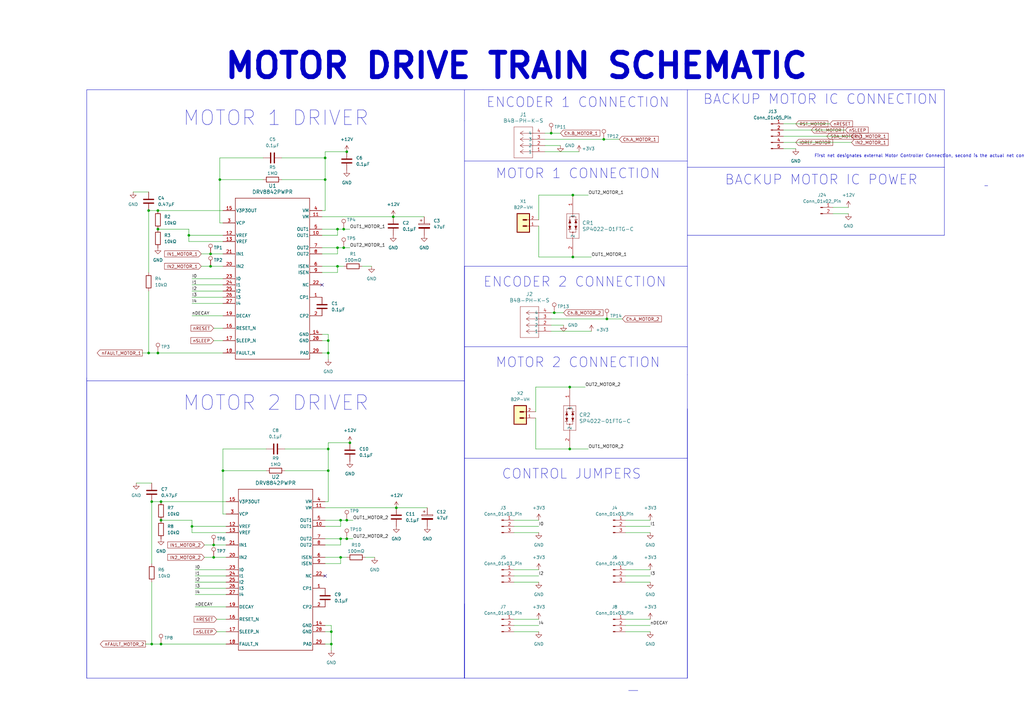
<source format=kicad_sch>
(kicad_sch (version 20230121) (generator eeschema)
  (paper "A3")
  (title_block (title "Motor Drive Train Schematic") (date "2024-01-30"))
  (lib_symbols
    (symbol "B2P-VH:B2P-VH" (pin_names (offset 1.016))
      (property "Reference" "X" (at -1.27 3.302 0))
      (property "Value" "B2P-VH" (at -1.27 -7.62 0))
      (symbol "B2P-VH_0_0"
        (rectangle (start -1.27 -5.08) (end 3.81 2.54) (stroke (width 0.4064)) (fill (type background)))
        (polyline (pts (xy 1.27 -2.54) (xy 2.54 -2.54)) (stroke (width 0.6096)))
        (polyline (pts (xy 1.27 0) (xy 2.54 0)) (stroke (width 0.6096)))
        (pin passive line (at 7.62 -2.54 180) (length 5.08) (name "~") (number "1"))
        (pin passive line (at 7.62 0 180) (length 5.08) (name "~") (number "2"))
      )
    )
    (symbol "B4B_PH_K_S:B4B-PH-K-S" (pin_names (offset 0.254))
      (property "Reference" "J" (at 8.89 6.35 0))
      (property "Value" "B4B-PH-K-S" (at 0 0 0))
      (symbol "B4B-PH-K-S_1_1"
        (polyline (pts (xy 5.08 -10.16) (xy 12.7 -10.16)) (stroke (width 0.127)))
        (polyline (pts (xy 5.08 2.54) (xy 5.08 -10.16)) (stroke (width 0.127)))
        (polyline (pts (xy 10.16 -7.62) (xy 5.08 -7.62)) (stroke (width 0.127)))
        (polyline (pts (xy 10.16 -7.62) (xy 8.89 -8.4667)) (stroke (width 0.127)))
        (polyline (pts (xy 10.16 -7.62) (xy 8.89 -6.7733)) (stroke (width 0.127)))
        (polyline (pts (xy 10.16 -5.08) (xy 5.08 -5.08)) (stroke (width 0.127)))
        (polyline (pts (xy 10.16 -5.08) (xy 8.89 -5.9267)) (stroke (width 0.127)))
        (polyline (pts (xy 10.16 -5.08) (xy 8.89 -4.2333)) (stroke (width 0.127)))
        (polyline (pts (xy 10.16 -2.54) (xy 5.08 -2.54)) (stroke (width 0.127)))
        (polyline (pts (xy 10.16 -2.54) (xy 8.89 -3.3867)) (stroke (width 0.127)))
        (polyline (pts (xy 10.16 -2.54) (xy 8.89 -1.6933)) (stroke (width 0.127)))
        (polyline (pts (xy 10.16 0) (xy 5.08 0)) (stroke (width 0.127)))
        (polyline (pts (xy 10.16 0) (xy 8.89 -0.8467)) (stroke (width 0.127)))
        (polyline (pts (xy 10.16 0) (xy 8.89 0.8467)) (stroke (width 0.127)))
        (polyline (pts (xy 12.7 -10.16) (xy 12.7 2.54)) (stroke (width 0.127)))
        (polyline (pts (xy 12.7 2.54) (xy 5.08 2.54)) (stroke (width 0.127)))
        (pin unspecified line (at 0 0 0) (length 5.08) (name "1") (number "1"))
        (pin unspecified line (at 0 -2.54 0) (length 5.08) (name "2") (number "2"))
        (pin unspecified line (at 0 -5.08 0) (length 5.08) (name "3") (number "3"))
        (pin unspecified line (at 0 -7.62 0) (length 5.08) (name "4") (number "4"))
      )
      (symbol "B4B-PH-K-S_1_2"
        (polyline (pts (xy 5.08 -10.16) (xy 12.7 -10.16)) (stroke (width 0.127)))
        (polyline (pts (xy 5.08 2.54) (xy 5.08 -10.16)) (stroke (width 0.127)))
        (polyline (pts (xy 7.62 -7.62) (xy 5.08 -7.62)) (stroke (width 0.127)))
        (polyline (pts (xy 7.62 -7.62) (xy 8.89 -8.4667)) (stroke (width 0.127)))
        (polyline (pts (xy 7.62 -7.62) (xy 8.89 -6.7733)) (stroke (width 0.127)))
        (polyline (pts (xy 7.62 -5.08) (xy 5.08 -5.08)) (stroke (width 0.127)))
        (polyline (pts (xy 7.62 -5.08) (xy 8.89 -5.9267)) (stroke (width 0.127)))
        (polyline (pts (xy 7.62 -5.08) (xy 8.89 -4.2333)) (stroke (width 0.127)))
        (polyline (pts (xy 7.62 -2.54) (xy 5.08 -2.54)) (stroke (width 0.127)))
        (polyline (pts (xy 7.62 -2.54) (xy 8.89 -3.3867)) (stroke (width 0.127)))
        (polyline (pts (xy 7.62 -2.54) (xy 8.89 -1.6933)) (stroke (width 0.127)))
        (polyline (pts (xy 7.62 0) (xy 5.08 0)) (stroke (width 0.127)))
        (polyline (pts (xy 7.62 0) (xy 8.89 -0.8467)) (stroke (width 0.127)))
        (polyline (pts (xy 7.62 0) (xy 8.89 0.8467)) (stroke (width 0.127)))
        (polyline (pts (xy 12.7 -10.16) (xy 12.7 2.54)) (stroke (width 0.127)))
        (polyline (pts (xy 12.7 2.54) (xy 5.08 2.54)) (stroke (width 0.127)))
        (pin unspecified line (at 0 0 0) (length 5.08) (name "1") (number "1"))
        (pin unspecified line (at 0 -2.54 0) (length 5.08) (name "2") (number "2"))
        (pin unspecified line (at 0 -5.08 0) (length 5.08) (name "3") (number "3"))
        (pin unspecified line (at 0 -7.62 0) (length 5.08) (name "4") (number "4"))
      )
    )
    (symbol "Connector:Conn_01x02_Pin" (pin_names (offset 1.016) hide)
      (property "Reference" "J" (at 0 2.54 0))
      (property "Value" "Conn_01x02_Pin" (at 0 -5.08 0))
      (symbol "Conn_01x02_Pin_1_1"
        (polyline (pts (xy 1.27 -2.54) (xy 0.8636 -2.54)) (stroke (width 0.1524)))
        (polyline (pts (xy 1.27 0) (xy 0.8636 0)) (stroke (width 0.1524)))
        (rectangle (start 0.8636 -2.413) (end 0 -2.667) (stroke (width 0.1524)) (fill (type outline)))
        (rectangle (start 0.8636 0.127) (end 0 -0.127) (stroke (width 0.1524)) (fill (type outline)))
        (pin passive line (at 5.08 0 180) (length 3.81) (name "Pin_1") (number "1"))
        (pin passive line (at 5.08 -2.54 180) (length 3.81) (name "Pin_2") (number "2"))
      )
    )
    (symbol "Connector:Conn_01x03_Pin" (pin_names (offset 1.016) hide)
      (property "Reference" "J" (at 0 5.08 0))
      (property "Value" "Conn_01x03_Pin" (at 0 -5.08 0))
      (symbol "Conn_01x03_Pin_1_1"
        (polyline (pts (xy 1.27 -2.54) (xy 0.8636 -2.54)) (stroke (width 0.1524)))
        (polyline (pts (xy 1.27 0) (xy 0.8636 0)) (stroke (width 0.1524)))
        (polyline (pts (xy 1.27 2.54) (xy 0.8636 2.54)) (stroke (width 0.1524)))
        (rectangle (start 0.8636 -2.413) (end 0 -2.667) (stroke (width 0.1524)) (fill (type outline)))
        (rectangle (start 0.8636 0.127) (end 0 -0.127) (stroke (width 0.1524)) (fill (type outline)))
        (rectangle (start 0.8636 2.667) (end 0 2.413) (stroke (width 0.1524)) (fill (type outline)))
        (pin passive line (at 5.08 2.54 180) (length 3.81) (name "Pin_1") (number "1"))
        (pin passive line (at 5.08 0 180) (length 3.81) (name "Pin_2") (number "2"))
        (pin passive line (at 5.08 -2.54 180) (length 3.81) (name "Pin_3") (number "3"))
      )
    )
    (symbol "Connector:Conn_01x05_Pin" (pin_names (offset 1.016) hide)
      (property "Reference" "J" (at 0 7.62 0))
      (property "Value" "Conn_01x05_Pin" (at 0 -7.62 0))
      (symbol "Conn_01x05_Pin_1_1"
        (polyline (pts (xy 1.27 -5.08) (xy 0.8636 -5.08)) (stroke (width 0.1524)))
        (polyline (pts (xy 1.27 -2.54) (xy 0.8636 -2.54)) (stroke (width 0.1524)))
        (polyline (pts (xy 1.27 0) (xy 0.8636 0)) (stroke (width 0.1524)))
        (polyline (pts (xy 1.27 2.54) (xy 0.8636 2.54)) (stroke (width 0.1524)))
        (polyline (pts (xy 1.27 5.08) (xy 0.8636 5.08)) (stroke (width 0.1524)))
        (rectangle (start 0.8636 -4.953) (end 0 -5.207) (stroke (width 0.1524)) (fill (type outline)))
        (rectangle (start 0.8636 -2.413) (end 0 -2.667) (stroke (width 0.1524)) (fill (type outline)))
        (rectangle (start 0.8636 0.127) (end 0 -0.127) (stroke (width 0.1524)) (fill (type outline)))
        (rectangle (start 0.8636 2.667) (end 0 2.413) (stroke (width 0.1524)) (fill (type outline)))
        (rectangle (start 0.8636 5.207) (end 0 4.953) (stroke (width 0.1524)) (fill (type outline)))
        (pin passive line (at 5.08 5.08 180) (length 3.81) (name "Pin_1") (number "1"))
        (pin passive line (at 5.08 2.54 180) (length 3.81) (name "Pin_2") (number "2"))
        (pin passive line (at 5.08 0 180) (length 3.81) (name "Pin_3") (number "3"))
        (pin passive line (at 5.08 -2.54 180) (length 3.81) (name "Pin_4") (number "4"))
        (pin passive line (at 5.08 -5.08 180) (length 3.81) (name "Pin_5") (number "5"))
      )
    )
    (symbol "Connector:TestPoint" (pin_numbers hide) (pin_names (offset 0.762) hide)
      (property "Reference" "TP" (at 0 6.858 0))
      (property "Value" "TestPoint" (at 0 5.08 0))
      (symbol "TestPoint_0_1"
        (circle (center 0 3.302) (radius 0.762))
      )
      (symbol "TestPoint_1_1"
        (pin passive line (at 0 0 90) (length 2.54) (name "1") (number "1"))
      )
    )
    (symbol "DRV8842PWPR:DRV8842PWPR" (pin_names (offset 0.254))
      (property "Reference" "U" (at 15.24 35.56 0))
      (property "Value" "DRV8842PWPR" (at 15.24 33.02 0))
      (symbol "DRV8842PWPR_0_1"
        (polyline (pts (xy 0 0) (xy 30.48 0)) (stroke (width 0.2032)))
        (polyline (pts (xy 0 66.04) (xy 0 0)) (stroke (width 0.2032)))
        (polyline (pts (xy 30.48 0) (xy 30.48 66.04)) (stroke (width 0.2032)))
        (polyline (pts (xy 30.48 66.04) (xy 0 66.04)) (stroke (width 0.2032)))
        (pin unspecified line (at 35.56 25.4 180) (length 5.08) (name "CP1") (number "1"))
        (pin output line (at 35.56 50.8 180) (length 5.08) (name "OUT1") (number "10"))
        (pin power_in line (at 35.56 58.42 180) (length 5.08) (name "VM") (number "11"))
        (pin input line (at -5.08 50.8 0) (length 5.08) (name "VREF") (number "12"))
        (pin input line (at -5.08 48.26 0) (length 5.08) (name "VREF") (number "13"))
        (pin power_in line (at 35.56 10.16 180) (length 5.08) (name "GND") (number "14"))
        (pin power_in line (at -5.08 60.96 0) (length 5.08) (name "V3P3OUT") (number "15"))
        (pin input line (at -5.08 12.7 0) (length 5.08) (name "RESET_N") (number "16"))
        (pin input line (at -5.08 7.62 0) (length 5.08) (name "SLEEP_N") (number "17"))
        (pin open_collector line (at -5.08 2.54 0) (length 5.08) (name "FAULT_N") (number "18"))
        (pin input line (at -5.08 17.78 0) (length 5.08) (name "DECAY") (number "19"))
        (pin unspecified line (at 35.56 17.78 180) (length 5.08) (name "CP2") (number "2"))
        (pin input line (at -5.08 38.1 0) (length 5.08) (name "IN2") (number "20"))
        (pin input line (at -5.08 43.18 0) (length 5.08) (name "IN1") (number "21"))
        (pin unspecified line (at 35.56 30.48 180) (length 5.08) (name "NC") (number "22"))
        (pin input line (at -5.08 33.02 0) (length 5.08) (name "I0") (number "23"))
        (pin input line (at -5.08 30.48 0) (length 5.08) (name "I1") (number "24"))
        (pin input line (at -5.08 27.94 0) (length 5.08) (name "I2") (number "25"))
        (pin input line (at -5.08 25.4 0) (length 5.08) (name "I3") (number "26"))
        (pin input line (at -5.08 22.86 0) (length 5.08) (name "I4") (number "27"))
        (pin power_in line (at 35.56 7.62 180) (length 5.08) (name "GND") (number "28"))
        (pin power_in line (at 35.56 2.54 180) (length 5.08) (name "PAD") (number "29"))
        (pin power_in line (at -5.08 55.88 0) (length 5.08) (name "VCP") (number "3"))
        (pin power_in line (at 35.56 60.96 180) (length 5.08) (name "VM") (number "4"))
        (pin output line (at 35.56 53.34 180) (length 5.08) (name "OUT1") (number "5"))
        (pin bidirectional line (at 35.56 38.1 180) (length 5.08) (name "ISEN") (number "6"))
        (pin output line (at 35.56 45.72 180) (length 5.08) (name "OUT2") (number "7"))
        (pin output line (at 35.56 43.18 180) (length 5.08) (name "OUT2") (number "8"))
        (pin bidirectional line (at 35.56 35.56 180) (length 5.08) (name "ISEN") (number "9"))
      )
    )
    (symbol "Device:C" (pin_numbers hide) (pin_names (offset 0.254))
      (property "Reference" "C" (at 0.635 2.54 0))
      (property "Value" "C" (at 0.635 -2.54 0))
      (symbol "C_0_1"
        (polyline (pts (xy -2.032 -0.762) (xy 2.032 -0.762)) (stroke (width 0.508)))
        (polyline (pts (xy -2.032 0.762) (xy 2.032 0.762)) (stroke (width 0.508)))
      )
      (symbol "C_1_1"
        (pin passive line (at 0 3.81 270) (length 2.794) (name "~") (number "1"))
        (pin passive line (at 0 -3.81 90) (length 2.794) (name "~") (number "2"))
      )
    )
    (symbol "Device:C_Polarized" (pin_numbers hide) (pin_names (offset 0.254))
      (property "Reference" "C" (at 0.635 2.54 0))
      (property "Value" "C_Polarized" (at 0.635 -2.54 0))
      (symbol "C_Polarized_0_1"
        (rectangle (start -2.286 0.508) (end 2.286 1.016))
        (polyline (pts (xy -1.778 2.286) (xy -0.762 2.286)))
        (polyline (pts (xy -1.27 2.794) (xy -1.27 1.778)))
        (rectangle (start 2.286 -0.508) (end -2.286 -1.016) (fill (type outline)))
      )
      (symbol "C_Polarized_1_1"
        (pin passive line (at 0 3.81 270) (length 2.794) (name "~") (number "1"))
        (pin passive line (at 0 -3.81 90) (length 2.794) (name "~") (number "2"))
      )
    )
    (symbol "Device:R" (pin_numbers hide) (pin_names (offset 0))
      (property "Reference" "R" (at 2.032 0 90))
      (property "Value" "R" (at 0 0 90))
      (symbol "R_0_1"
        (rectangle (start -1.016 -2.54) (end 1.016 2.54) (stroke (width 0.254)))
      )
      (symbol "R_1_1"
        (pin passive line (at 0 3.81 270) (length 1.27) (name "~") (number "1"))
        (pin passive line (at 0 -3.81 90) (length 1.27) (name "~") (number "2"))
      )
    )
    (symbol "SP4022_01FTG_C:SP4022-01FTG-C" (pin_names (offset 0.254))
      (property "Reference" "CR" (at 12.7 7.62 0))
      (property "Value" "SP4022-01FTG-C" (at 12.7 5.08 0))
      (symbol "SP4022-01FTG-C_1_1"
        (polyline (pts (xy 7.62 -2.54) (xy 17.78 -2.54)) (stroke (width 0.127)))
        (polyline (pts (xy 7.62 2.54) (xy 7.62 -2.54)) (stroke (width 0.127)))
        (polyline (pts (xy 8.89 -1.27) (xy 10.2362 -1.2954)) (stroke (width 0.127)))
        (polyline (pts (xy 8.89 0) (xy 7.62 0)) (stroke (width 0.127)))
        (polyline (pts (xy 8.89 1.27) (xy 8.89 -1.27)) (stroke (width 0.127)))
        (polyline (pts (xy 8.89 1.27) (xy 10.16 1.27)) (stroke (width 0.127)))
        (polyline (pts (xy 9.9568 1.778) (xy 9.8552 1.778)) (stroke (width 0.127)))
        (polyline (pts (xy 10.16 0.762) (xy 10.414 0.762)) (stroke (width 0.127)))
        (polyline (pts (xy 10.16 1.778) (xy 9.9568 1.778)) (stroke (width 0.127)))
        (polyline (pts (xy 10.16 1.778) (xy 10.16 0.762)) (stroke (width 0.127)))
        (polyline (pts (xy 10.2108 -1.778) (xy 10.2108 -0.762)) (stroke (width 0.127)))
        (polyline (pts (xy 11.43 1.27) (xy 12.7 1.27)) (stroke (width 0.127)))
        (polyline (pts (xy 12.6492 -1.2954) (xy 11.3792 -1.2954)) (stroke (width 0.127)))
        (polyline (pts (xy 12.7 -1.27) (xy 15.24 -1.27)) (stroke (width 0.127)))
        (polyline (pts (xy 13.97 1.27) (xy 15.24 1.27)) (stroke (width 0.127)))
        (polyline (pts (xy 13.97 1.778) (xy 13.97 0.762)) (stroke (width 0.127)))
        (polyline (pts (xy 13.9954 -1.778) (xy 13.9954 -0.762)) (stroke (width 0.127)))
        (polyline (pts (xy 13.9954 -1.778) (xy 14.1986 -1.778)) (stroke (width 0.127)))
        (polyline (pts (xy 13.9954 -0.762) (xy 13.7414 -0.762)) (stroke (width 0.127)))
        (polyline (pts (xy 14.1986 -1.778) (xy 14.3002 -1.778)) (stroke (width 0.127)))
        (polyline (pts (xy 15.24 0) (xy 17.78 0)) (stroke (width 0.127)))
        (polyline (pts (xy 15.24 1.27) (xy 15.24 -1.27)) (stroke (width 0.127)))
        (polyline (pts (xy 17.78 -2.54) (xy 17.78 2.54)) (stroke (width 0.127)))
        (polyline (pts (xy 17.78 2.54) (xy 7.62 2.54)) (stroke (width 0.127)))
        (polyline (pts (xy 10.16 1.27) (xy 11.43 0.762) (xy 11.43 1.778)) (fill (type outline)))
        (polyline (pts (xy 10.2108 -1.27) (xy 11.4808 -0.762) (xy 11.4808 -1.778)) (fill (type outline)))
        (polyline (pts (xy 13.97 1.27) (xy 12.7 0.762) (xy 12.7 1.778)) (fill (type outline)))
        (polyline (pts (xy 13.9954 -1.27) (xy 12.7254 -0.762) (xy 12.7254 -1.778)) (fill (type outline)))
        (circle (center 8.89 0) (radius 0.127) (stroke (width 0.254)))
        (circle (center 15.24 0) (radius 0.127) (stroke (width 0.254)))
        (pin unspecified line (at 0 0 0) (length 7.62) (name "1") (number "1"))
        (pin unspecified line (at 25.4 0 180) (length 7.62) (name "2") (number "2"))
      )
    )
    (symbol "power:+12V" (power) (pin_names (offset 0))
      (property "Value" "+12V" (at 0 3.556 0))
      (symbol "+12V_0_1"
        (polyline (pts (xy -0.762 1.27) (xy 0 2.54)))
        (polyline (pts (xy 0 0) (xy 0 2.54)))
        (polyline (pts (xy 0 2.54) (xy 0.762 1.27)))
      )
      (symbol "+12V_1_1"
        (pin power_in line (at 0 0 90) (length 0) hide (name "+12V") (number "1"))
      )
    )
    (symbol "power:+3V3" (power) (pin_names (offset 0))
      (property "Value" "+3V3" (at 0 3.556 0))
      (symbol "+3V3_0_1"
        (polyline (pts (xy -0.762 1.27) (xy 0 2.54)))
        (polyline (pts (xy 0 0) (xy 0 2.54)))
        (polyline (pts (xy 0 2.54) (xy 0.762 1.27)))
      )
      (symbol "+3V3_1_1"
        (pin power_in line (at 0 0 90) (length 0) hide (name "+3V3") (number "1"))
      )
    )
    (symbol "power:GND" (power) (pin_names (offset 0))
      (property "Value" "GND" (at 0 -3.81 0))
      (symbol "GND_0_1"
        (polyline (pts (xy 0 0) (xy 0 -1.27) (xy 1.27 -1.27) (xy 0 -2.54) (xy -1.27 -1.27) (xy 0 -1.27)))
      )
      (symbol "GND_1_1"
        (pin power_in line (at 0 0 270) (length 0) hide (name "GND") (number "1"))
      )
    )
  )
  (junction (at 66.04 264.16))
  (junction (at 233.68 158.75))
  (junction (at 140.97 101.6))
  (junction (at 133.35 73.66))
  (junction (at 62.23 264.16))
  (junction (at 139.7 228.6))
  (junction (at 78.74 215.9))
  (junction (at 134.62 144.78))
  (junction (at 139.7 220.98))
  (junction (at 142.24 213.36))
  (junction (at 87.63 223.52))
  (junction (at 86.36 104.14))
  (junction (at 133.35 64.77))
  (junction (at 91.44 193.04))
  (junction (at 138.43 93.98))
  (junction (at 140.97 93.98))
  (junction (at 66.04 205.74))
  (junction (at 60.96 144.78))
  (junction (at 66.04 213.36))
  (junction (at 64.77 144.78))
  (junction (at 60.96 86.36))
  (junction (at 234.95 80.01))
  (junction (at 134.62 184.15))
  (junction (at 64.77 93.98))
  (junction (at 90.17 73.66))
  (junction (at 135.89 264.16))
  (junction (at 138.43 109.22))
  (junction (at 64.77 86.36))
  (junction (at 142.24 62.23))
  (junction (at 87.63 228.6))
  (junction (at 139.7 213.36))
  (junction (at 226.06 54.61))
  (junction (at 134.62 139.7))
  (junction (at 86.36 109.22))
  (junction (at 247.65 57.15))
  (junction (at 77.47 96.52))
  (junction (at 135.89 259.08))
  (junction (at 234.95 105.41))
  (junction (at 162.56 208.28))
  (junction (at 138.43 101.6))
  (junction (at 142.24 220.98))
  (junction (at 143.51 181.61))
  (junction (at 161.29 88.9))
  (junction (at 233.68 184.15))
  (junction (at 227.33 128.27))
  (junction (at 134.62 193.04))
  (junction (at 62.23 205.74))
  (junction (at 248.92 130.81))
  (no_connect (at 132.08 116.84))
  (no_connect (at 133.35 236.22))
  (wire (pts (xy 132.08 111.76) (xy 138.43 111.76)))
  (wire (pts (xy 347.98 87.63) (xy 341.63 87.63)))
  (wire (pts (xy 87.63 139.7) (xy 91.44 139.7)))
  (wire (pts (xy 60.96 119.38) (xy 60.96 144.78)))
  (wire (pts (xy 256.54 236.22) (xy 266.7 236.22)))
  (wire (pts (xy 87.63 223.52) (xy 92.71 223.52)))
  (wire (pts (xy 321.31 50.8) (xy 340.36 50.8)))
  (wire (pts (xy 220.98 259.08) (xy 210.82 259.08)))
  (wire (pts (xy 60.96 86.36) (xy 60.96 111.76)))
  (wire (pts (xy 90.17 64.77) (xy 107.95 64.77)))
  (wire (pts (xy 266.7 254) (xy 256.54 254)))
  (wire (pts (xy 341.63 85.09) (xy 347.98 85.09)))
  (wire (pts (xy 148.59 109.22) (xy 152.4 109.22)))
  (wire (pts (xy 77.47 93.98) (xy 77.47 96.52)))
  (polyline (pts (xy 403.86 76.2) (xy 405.13 76.2)))
  (wire (pts (xy 135.89 256.54) (xy 135.89 259.08)))
  (wire (pts (xy 77.47 96.52) (xy 91.44 96.52)))
  (wire (pts (xy 133.35 223.52) (xy 139.7 223.52)))
  (wire (pts (xy 138.43 109.22) (xy 140.97 109.22)))
  (wire (pts (xy 219.71 184.15) (xy 233.68 184.15)))
  (wire (pts (xy 266.7 233.68) (xy 256.54 233.68)))
  (wire (pts (xy 132.08 96.52) (xy 138.43 96.52)))
  (wire (pts (xy 138.43 109.22) (xy 138.43 111.76)))
  (wire (pts (xy 78.74 114.3) (xy 91.44 114.3)))
  (wire (pts (xy 134.62 184.15) (xy 134.62 193.04)))
  (wire (pts (xy 134.62 205.74) (xy 133.35 205.74)))
  (wire (pts (xy 138.43 101.6) (xy 140.97 101.6)))
  (wire (pts (xy 321.31 58.42) (xy 349.25 58.42)))
  (polyline (pts (xy 280.67 187.96) (xy 281.94 187.96)))
  (polyline (pts (xy 190.5 109.22) (xy 281.94 109.22)))
  (wire (pts (xy 87.63 228.6) (xy 92.71 228.6)))
  (wire (pts (xy 91.44 184.15) (xy 109.22 184.15)))
  (polyline (pts (xy 35.56 278.13) (xy 35.56 278.13)))
  (wire (pts (xy 78.74 215.9) (xy 92.71 215.9)))
  (polyline (pts (xy 190.5 66.04) (xy 281.94 66.04)))
  (wire (pts (xy 133.35 64.77) (xy 133.35 73.66)))
  (wire (pts (xy 66.04 205.74) (xy 92.71 205.74)))
  (polyline (pts (xy 190.5 187.96) (xy 280.67 187.96)))
  (wire (pts (xy 60.96 86.36) (xy 64.77 86.36)))
  (wire (pts (xy 134.62 139.7) (xy 134.62 144.78)))
  (polyline (pts (xy 198.12 36.83) (xy 279.4 36.83)))
  (wire (pts (xy 226.06 128.27) (xy 227.33 128.27)))
  (wire (pts (xy 66.04 213.36) (xy 78.74 213.36)))
  (wire (pts (xy 86.36 104.14) (xy 91.44 104.14)))
  (wire (pts (xy 132.08 88.9) (xy 161.29 88.9)))
  (wire (pts (xy 220.98 80.01) (xy 234.95 80.01)))
  (wire (pts (xy 234.95 105.41) (xy 242.57 105.41)))
  (wire (pts (xy 139.7 220.98) (xy 139.7 223.52)))
  (wire (pts (xy 83.82 228.6) (xy 87.63 228.6)))
  (wire (pts (xy 138.43 93.98) (xy 138.43 96.52)))
  (wire (pts (xy 133.35 62.23) (xy 142.24 62.23)))
  (wire (pts (xy 88.9 259.08) (xy 92.71 259.08)))
  (wire (pts (xy 233.68 184.15) (xy 241.3 184.15)))
  (wire (pts (xy 134.62 137.16) (xy 134.62 139.7)))
  (wire (pts (xy 219.71 158.75) (xy 219.71 168.91)))
  (wire (pts (xy 64.77 144.78) (xy 91.44 144.78)))
  (wire (pts (xy 220.98 238.76) (xy 210.82 238.76)))
  (wire (pts (xy 134.62 181.61) (xy 143.51 181.61)))
  (wire (pts (xy 80.01 248.92) (xy 92.71 248.92)))
  (wire (pts (xy 139.7 220.98) (xy 142.24 220.98)))
  (wire (pts (xy 220.98 254) (xy 210.82 254)))
  (wire (pts (xy 86.36 109.22) (xy 91.44 109.22)))
  (wire (pts (xy 134.62 193.04) (xy 134.62 205.74)))
  (wire (pts (xy 210.82 215.9) (xy 220.98 215.9)))
  (wire (pts (xy 62.23 205.74) (xy 62.23 231.14)))
  (wire (pts (xy 59.69 264.16) (xy 62.23 264.16)))
  (polyline (pts (xy 190.5 109.22) (xy 190.5 278.13)))
  (wire (pts (xy 77.47 96.52) (xy 77.47 99.06)))
  (wire (pts (xy 233.68 158.75) (xy 240.03 158.75)))
  (wire (pts (xy 78.74 215.9) (xy 78.74 218.44)))
  (wire (pts (xy 139.7 228.6) (xy 142.24 228.6)))
  (polyline (pts (xy 281.94 68.58) (xy 387.35 68.58)))
  (polyline (pts (xy 190.5 49.53) (xy 190.5 278.13)))
  (wire (pts (xy 78.74 116.84) (xy 91.44 116.84)))
  (wire (pts (xy 80.01 241.3) (xy 92.71 241.3)))
  (wire (pts (xy 77.47 99.06) (xy 91.44 99.06)))
  (wire (pts (xy 139.7 213.36) (xy 142.24 213.36)))
  (wire (pts (xy 138.43 93.98) (xy 140.97 93.98)))
  (polyline (pts (xy 281.94 36.83) (xy 387.35 36.83)))
  (wire (pts (xy 321.31 53.34) (xy 346.71 53.34)))
  (wire (pts (xy 234.95 80.01) (xy 241.3 80.01)))
  (wire (pts (xy 162.56 208.28) (xy 175.26 208.28)))
  (wire (pts (xy 227.33 128.27) (xy 231.14 128.27)))
  (wire (pts (xy 134.62 144.78) (xy 134.62 147.32)))
  (wire (pts (xy 133.35 62.23) (xy 133.35 64.77)))
  (wire (pts (xy 87.63 134.62) (xy 91.44 134.62)))
  (wire (pts (xy 91.44 193.04) (xy 91.44 210.82)))
  (polyline (pts (xy 281.94 153.67) (xy 281.94 278.13)))
  (polyline (pts (xy 190.5 36.83) (xy 190.5 49.53)))
  (wire (pts (xy 62.23 238.76) (xy 62.23 264.16)))
  (wire (pts (xy 132.08 104.14) (xy 138.43 104.14)))
  (polyline (pts (xy 35.56 36.83) (xy 35.56 278.13)))
  (wire (pts (xy 133.35 256.54) (xy 135.89 256.54)))
  (wire (pts (xy 220.98 213.36) (xy 210.82 213.36)))
  (wire (pts (xy 138.43 101.6) (xy 138.43 104.14)))
  (wire (pts (xy 78.74 213.36) (xy 78.74 215.9)))
  (wire (pts (xy 133.35 220.98) (xy 139.7 220.98)))
  (wire (pts (xy 226.06 130.81) (xy 248.92 130.81)))
  (wire (pts (xy 161.29 88.9) (xy 173.99 88.9)))
  (polyline (pts (xy 35.56 278.13) (xy 281.94 278.13)))
  (wire (pts (xy 133.35 264.16) (xy 135.89 264.16)))
  (wire (pts (xy 60.96 144.78) (xy 64.77 144.78)))
  (wire (pts (xy 256.54 215.9) (xy 266.7 215.9)))
  (wire (pts (xy 90.17 91.44) (xy 91.44 91.44)))
  (polyline (pts (xy 281.94 167.64) (xy 281.94 278.13)))
  (wire (pts (xy 139.7 228.6) (xy 139.7 231.14)))
  (wire (pts (xy 90.17 64.77) (xy 90.17 73.66)))
  (wire (pts (xy 64.77 93.98) (xy 77.47 93.98)))
  (wire (pts (xy 133.35 208.28) (xy 162.56 208.28)))
  (polyline (pts (xy 35.56 154.94) (xy 35.56 278.13)))
  (wire (pts (xy 266.7 238.76) (xy 256.54 238.76)))
  (wire (pts (xy 66.04 264.16) (xy 92.71 264.16)))
  (wire (pts (xy 83.82 223.52) (xy 87.63 223.52)))
  (wire (pts (xy 90.17 73.66) (xy 107.95 73.66)))
  (wire (pts (xy 132.08 101.6) (xy 138.43 101.6)))
  (wire (pts (xy 226.06 54.61) (xy 229.87 54.61)))
  (wire (pts (xy 248.92 130.81) (xy 255.27 130.81)))
  (wire (pts (xy 132.08 93.98) (xy 138.43 93.98)))
  (wire (pts (xy 134.62 181.61) (xy 134.62 184.15)))
  (wire (pts (xy 220.98 233.68) (xy 210.82 233.68)))
  (polyline (pts (xy 279.4 36.83) (xy 281.94 36.83)))
  (wire (pts (xy 226.06 133.35) (xy 231.14 133.35)))
  (wire (pts (xy 226.06 135.89) (xy 242.57 135.89)))
  (wire (pts (xy 78.74 121.92) (xy 91.44 121.92)))
  (polyline (pts (xy 387.35 36.83) (xy 387.35 68.58)))
  (wire (pts (xy 78.74 129.54) (xy 91.44 129.54)))
  (polyline (pts (xy 281.94 36.83) (xy 281.94 153.67)))
  (wire (pts (xy 326.39 60.96) (xy 321.31 60.96)))
  (wire (pts (xy 91.44 184.15) (xy 91.44 193.04)))
  (wire (pts (xy 62.23 264.16) (xy 66.04 264.16)))
  (wire (pts (xy 78.74 119.38) (xy 91.44 119.38)))
  (polyline (pts (xy 387.35 68.58) (xy 387.35 96.52)))
  (wire (pts (xy 149.86 228.6) (xy 153.67 228.6)))
  (polyline (pts (xy 281.94 96.52) (xy 387.35 96.52)))
  (wire (pts (xy 219.71 158.75) (xy 233.68 158.75)))
  (wire (pts (xy 220.98 218.44) (xy 210.82 218.44)))
  (wire (pts (xy 132.08 137.16) (xy 134.62 137.16)))
  (wire (pts (xy 266.7 259.08) (xy 256.54 259.08)))
  (wire (pts (xy 88.9 254) (xy 92.71 254)))
  (wire (pts (xy 54.61 78.74) (xy 60.96 78.74)))
  (wire (pts (xy 115.57 73.66) (xy 133.35 73.66)))
  (wire (pts (xy 266.7 218.44) (xy 256.54 218.44)))
  (wire (pts (xy 321.31 55.88) (xy 349.25 55.88)))
  (wire (pts (xy 91.44 210.82) (xy 92.71 210.82)))
  (wire (pts (xy 133.35 213.36) (xy 139.7 213.36)))
  (wire (pts (xy 142.24 213.36) (xy 144.78 213.36)))
  (wire (pts (xy 133.35 215.9) (xy 139.7 215.9)))
  (wire (pts (xy 223.52 57.15) (xy 247.65 57.15)))
  (wire (pts (xy 133.35 259.08) (xy 135.89 259.08)))
  (wire (pts (xy 223.52 62.23) (xy 237.49 62.23)))
  (wire (pts (xy 64.77 86.36) (xy 91.44 86.36)))
  (wire (pts (xy 135.89 264.16) (xy 135.89 266.7)))
  (wire (pts (xy 266.7 213.36) (xy 256.54 213.36)))
  (wire (pts (xy 210.82 256.54) (xy 220.98 256.54)))
  (wire (pts (xy 133.35 86.36) (xy 132.08 86.36)))
  (wire (pts (xy 133.35 73.66) (xy 133.35 86.36)))
  (wire (pts (xy 132.08 139.7) (xy 134.62 139.7)))
  (wire (pts (xy 142.24 220.98) (xy 144.78 220.98)))
  (wire (pts (xy 90.17 73.66) (xy 90.17 91.44)))
  (wire (pts (xy 55.88 198.12) (xy 62.23 198.12)))
  (wire (pts (xy 132.08 144.78) (xy 134.62 144.78)))
  (wire (pts (xy 247.65 57.15) (xy 254 57.15)))
  (wire (pts (xy 133.35 228.6) (xy 139.7 228.6)))
  (wire (pts (xy 62.23 205.74) (xy 66.04 205.74)))
  (wire (pts (xy 80.01 238.76) (xy 92.71 238.76)))
  (wire (pts (xy 223.52 59.69) (xy 229.87 59.69)))
  (wire (pts (xy 210.82 236.22) (xy 220.98 236.22)))
  (wire (pts (xy 140.97 101.6) (xy 143.51 101.6)))
  (wire (pts (xy 220.98 80.01) (xy 220.98 90.17)))
  (wire (pts (xy 80.01 243.84) (xy 92.71 243.84)))
  (wire (pts (xy 220.98 105.41) (xy 220.98 92.71)))
  (wire (pts (xy 116.84 184.15) (xy 134.62 184.15)))
  (wire (pts (xy 78.74 124.46) (xy 91.44 124.46)))
  (wire (pts (xy 132.08 109.22) (xy 138.43 109.22)))
  (wire (pts (xy 220.98 105.41) (xy 234.95 105.41)))
  (wire (pts (xy 116.84 193.04) (xy 134.62 193.04)))
  (wire (pts (xy 78.74 218.44) (xy 92.71 218.44)))
  (wire (pts (xy 219.71 184.15) (xy 219.71 171.45)))
  (wire (pts (xy 91.44 193.04) (xy 109.22 193.04)))
  (wire (pts (xy 115.57 64.77) (xy 133.35 64.77)))
  (wire (pts (xy 139.7 213.36) (xy 139.7 215.9)))
  (polyline (pts (xy 35.56 36.83) (xy 198.12 36.83)))
  (polyline (pts (xy 35.56 156.21) (xy 190.5 156.21)))
  (polyline (pts (xy 190.5 142.24) (xy 281.94 142.24)))
  (wire (pts (xy 133.35 231.14) (xy 139.7 231.14)))
  (polyline (pts (xy 190.5 247.65) (xy 190.5 278.13)))
  (wire (pts (xy 80.01 236.22) (xy 92.71 236.22)))
  (polyline (pts (xy 257.81 283.21) (xy 261.62 283.21)))
  (wire (pts (xy 135.89 259.08) (xy 135.89 264.16)))
  (wire (pts (xy 82.55 104.14) (xy 86.36 104.14)))
  (wire (pts (xy 140.97 93.98) (xy 143.51 93.98)))
  (wire (pts (xy 223.52 54.61) (xy 226.06 54.61)))
  (wire (pts (xy 80.01 233.68) (xy 92.71 233.68)))
  (wire (pts (xy 58.42 144.78) (xy 60.96 144.78)))
  (wire (pts (xy 256.54 256.54) (xy 266.7 256.54)))
  (wire (pts (xy 82.55 109.22) (xy 86.36 109.22)))
  (text "CONTROL JUMPERS" (at 205.74 196.85 0) (effects (font (size 4 4)) (justify left bottom)))
  (text "MOTOR 1 DRIVER " (at 74.93 52.07 0) (effects (font (size 6 6)) (justify left bottom)))
  (text "MOTOR 1 CONNECTION" (at 203.2 73.66 0) (effects (font (size 4 4)) (justify left bottom)))
  (text "MOTOR 2 CONNECTION" (at 203.2 151.13 0) (effects (font (size 4 4)) (justify left bottom)))
  (text "ENCODER 2 CONNECTION" (at 198.12 118.11 0) (effects (font (size 4 4)) (justify left bottom)))
  (text "ENCODER 1 CONNECTION" (at 199.39 44.45 0) (effects (font (size 4 4)) (justify left bottom)))
  (text "First net designates external Motor Controller Connection, second is the actual net connection" (at 334.01 64.77 0) (effects (font (size 1.27 1.27)) (justify left bottom)))
  (text "MOTOR 2 DRIVER " (at 74.93 168.91 0) (effects (font (size 6 6)) (justify left bottom)))
  (text "BACKUP MOTOR IC POWER" (at 297.18 76.2 0) (effects (font (size 4 4)) (justify left bottom)))
  (text "MOTOR DRIVE TRAIN SCHEMATIC" (at 91.44 33.02 0) (effects (font (size 10 10) (thickness 2) bold) (justify left bottom)))
  (text "BACKUP MOTOR IC CONNECTION" (at 288.29 43.18 0) (effects (font (size 4 4)) (justify left bottom)))
  (label "OUT2_MOTOR_1" (at 241.3 80.01 0))
  (label "nDECAY" (at 80.01 248.92 0))
  (label "I4" (at 78.74 124.46 0))
  (label "I1" (at 80.01 236.22 0))
  (label "I3" (at 78.74 121.92 0))
  (label "OUT2_MOTOR_2" (at 240.03 158.75 0))
  (label "I2" (at 80.01 238.76 0))
  (label "I0" (at 220.98 215.9 0))
  (label "I1" (at 266.7 215.9 0))
  (label "I2" (at 78.74 119.38 0))
  (label "I3" (at 80.01 241.3 0))
  (label "OUT1_MOTOR_1" (at 143.51 93.98 0))
  (label "OUT1_MOTOR_2" (at 241.3 184.15 0))
  (label "I0" (at 78.74 114.3 0))
  (label "OUT1_MOTOR_1" (at 242.57 105.41 0))
  (label "OUT2_MOTOR_2" (at 144.78 220.98 0))
  (label "nDECAY" (at 78.74 129.54 0))
  (label "I3" (at 266.7 236.22 0))
  (label "I0" (at 80.01 233.68 0))
  (label "I1" (at 78.74 116.84 0))
  (label "I2" (at 220.98 236.22 0))
  (label "OUT2_MOTOR_1" (at 143.51 101.6 0))
  (label "OUT1_MOTOR_2" (at 144.78 213.36 0))
  (label "nDECAY" (at 266.7 256.54 0))
  (label "I4" (at 220.98 256.54 0))
  (label "I4" (at 80.01 243.84 0))
  (global_label "Ch.B_MOTOR_1" (shape input) (at 229.87 54.61 0) (property "Intersheetrefs" "${INTERSHEET_REFS}" (effects hide)))
  (global_label "SDA_MOTOR" (shape bidirectional) (at 339.09 55.88 0) (property "Intersheetrefs" "${INTERSHEET_REFS}" (effects hide)))
  (global_label "IN1_MOTOR_1" (shape input) (at 349.25 55.88 0) (property "Intersheetrefs" "${INTERSHEET_REFS}" (effects hide)))
  (global_label "SCL_MOTOR" (shape input) (at 332.74 53.34 0) (property "Intersheetrefs" "${INTERSHEET_REFS}" (effects hide)))
  (global_label "nFAULT_MOTOR_1" (shape output) (at 58.42 144.78 180) (property "Intersheetrefs" "${INTERSHEET_REFS}" (effects hide)))
  (global_label "IN2_MOTOR_1" (shape input) (at 82.55 109.22 180) (property "Intersheetrefs" "${INTERSHEET_REFS}" (effects hide)))
  (global_label "nFAULT_MOTOR_2" (shape output) (at 59.69 264.16 180) (property "Intersheetrefs" "${INTERSHEET_REFS}" (effects hide)))
  (global_label "nRESET" (shape input) (at 88.9 254 180) (property "Intersheetrefs" "${INTERSHEET_REFS}" (effects hide)))
  (global_label "IN1_MOTOR_2" (shape input) (at 83.82 223.52 180) (property "Intersheetrefs" "${INTERSHEET_REFS}" (effects hide)))
  (global_label "Ch.A_MOTOR_1" (shape input) (at 254 57.15 0) (property "Intersheetrefs" "${INTERSHEET_REFS}" (effects hide)))
  (global_label "IOREF_MOTOR" (shape input) (at 326.39 58.42 0) (property "Intersheetrefs" "${INTERSHEET_REFS}" (effects hide)))
  (global_label "nSLEEP" (shape input) (at 88.9 259.08 180) (property "Intersheetrefs" "${INTERSHEET_REFS}" (effects hide)))
  (global_label "nRESET" (shape input) (at 87.63 134.62 180) (property "Intersheetrefs" "${INTERSHEET_REFS}" (effects hide)))
  (global_label "nSLEEP" (shape input) (at 346.71 53.34 0) (property "Intersheetrefs" "${INTERSHEET_REFS}" (effects hide)))
  (global_label "nRESET" (shape input) (at 340.36 50.8 0) (property "Intersheetrefs" "${INTERSHEET_REFS}" (effects hide)))
  (global_label "RST_MOTOR" (shape input) (at 326.39 50.8 0) (property "Intersheetrefs" "${INTERSHEET_REFS}" (effects hide)))
  (global_label "IN2_MOTOR_2" (shape input) (at 83.82 228.6 180) (property "Intersheetrefs" "${INTERSHEET_REFS}" (effects hide)))
  (global_label "IN2_MOTOR_1" (shape input) (at 349.25 58.42 0) (property "Intersheetrefs" "${INTERSHEET_REFS}" (effects hide)))
  (global_label "IN1_MOTOR_1" (shape input) (at 82.55 104.14 180) (property "Intersheetrefs" "${INTERSHEET_REFS}" (effects hide)))
  (global_label "Ch.B_MOTOR_2" (shape input) (at 231.14 128.27 0) (property "Intersheetrefs" "${INTERSHEET_REFS}" (effects hide)))
  (global_label "Ch.A_MOTOR_2" (shape input) (at 255.27 130.81 0) (property "Intersheetrefs" "${INTERSHEET_REFS}" (effects hide)))
  (global_label "nSLEEP" (shape input) (at 87.63 139.7 180) (property "Intersheetrefs" "${INTERSHEET_REFS}" (effects hide)))
  (symbol (lib_id "power:+12V") (at 161.29 88.9 0) (unit 1)
    (property "Reference" "#PWR04" (effects hide))
    (property "Value" "+12V" (at 161.29 83.82 0))
  )
  (symbol (lib_id "Connector:TestPoint") (at 140.97 101.6 0) (unit 1)
    (property "Reference" "TP5" (at 142.24 97.79 0) (effects (justify left)))
    (property "Value" "OUT2 MOTOR 1 TP" (effects hide))
    (property "Footprint" "TestPoint:TestPoint_Pad_D2.0mm" (effects hide))
  )
  (symbol (lib_id "power:+3V3") (at 237.49 62.23 0) (unit 1)
    (property "Reference" "#PWR0136" (effects hide))
    (property "Value" "+3V3" (at 241.3 60.96 0))
    (instances (project "CSTAR" (path "" (reference "#PWR0136") (unit 1)) (path "" (reference "#PWR059") (unit 1))))
  )
  (symbol (lib_id "Connector:TestPoint") (at 142.24 220.98 0) (unit 1)
    (property "Reference" "TP10" (at 143.51 217.17 0) (effects (justify left)))
    (property "Value" "OUT2 MOTOR 2 TP" (effects hide))
    (property "Footprint" "TestPoint:TestPoint_Pad_D2.0mm" (effects hide))
  )
  (symbol (lib_id "power:GND") (at 266.7 259.08 0) (unit 1)
    (property "Reference" "#PWR042" (effects hide))
    (property "Value" "GND" (at 266.7 264.16 0))
  )
  (symbol (lib_id "Connector:TestPoint") (at 87.63 228.6 0) (unit 1)
    (property "Reference" "TP7" (at 88.9 226.06 0) (effects (justify left)))
    (property "Value" "IN2 MOTOR 2 TP" (effects hide))
    (property "Footprint" "TestPoint:TestPoint_Pad_D2.0mm" (effects hide))
  )
  (symbol (lib_id "power:+3V3") (at 266.7 213.36 0) (unit 1)
    (property "Reference" "#PWR033" (effects hide))
    (property "Value" "+3V3" (at 266.7 208.28 0))
  )
  (symbol (lib_id "power:GND") (at 347.98 87.63 0) (unit 1)
    (property "Reference" "#PWR062" (effects hide))
    (property "Value" "GND" (at 347.98 92.71 0))
  )
  (symbol (lib_id "Connector:TestPoint") (at 86.36 109.22 0) (unit 1) (in_bom no)
    (property "Reference" "TP2" (at 87.63 106.68 0) (effects (justify left)))
    (property "Value" "IN2 MOTOR 1 TP" (effects hide))
    (property "Footprint" "TestPoint:TestPoint_Pad_D2.0mm" (effects hide))
  )
  (symbol (lib_id "power:+3V3") (at 242.57 135.89 0) (unit 1)
    (property "Reference" "#PWR0136" (effects hide))
    (property "Value" "+3V3" (at 247.015 135.255 0))
    (instances (project "CSTAR" (path "" (reference "#PWR0136") (unit 1)) (path "" (reference "#PWR060") (unit 1))))
  )
  (symbol (lib_id "power:GND") (at 54.61 78.74 0) (unit 1)
    (property "Reference" "#PWR07" (effects hide))
    (property "Value" "GND" (at 54.61 83.82 0))
  )
  (symbol (lib_id "Connector:TestPoint") (at 86.36 104.14 0) (unit 1)
    (property "Reference" "TP1" (at 87.63 101.6 0) (effects (justify left)))
    (property "Value" "IN1 MOTOR 1 TP" (effects hide))
    (property "Footprint" "TestPoint:TestPoint_Pad_D2.0mm" (effects hide))
  )
  (symbol (lib_id "Connector:TestPoint") (at 142.24 213.36 0) (unit 1)
    (property "Reference" "TP9" (at 143.51 209.55 0) (effects (justify left)))
    (property "Value" "OUT1 MOTOR 2 TP" (effects hide))
    (property "Footprint" "TestPoint:TestPoint_Pad_D2.0mm" (effects hide))
  )
  (symbol (lib_id "Device:C") (at 142.24 66.04 0) (unit 1)
    (property "Reference" "C6" (at 146.05 64.77 0) (effects (justify left)))
    (property "Value" "0.1µF" (at 146.05 67.31 0) (effects (justify left)))
    (property "Footprint" "Capacitor_SMD:C_0805_2012Metric" (effects hide))
  )
  (symbol (lib_id "Device:R") (at 146.05 228.6 270) (unit 1)
    (property "Reference" "R10" (at 146.05 223.52 90))
    (property "Value" "100mΩ" (at 146.05 226.06 90))
    (property "Footprint" "Resistor_SMD:R_0805_2012Metric" (effects hide))
  )
  (symbol (lib_id "Connector:TestPoint") (at 226.06 54.61 0) (unit 1)
    (property "Reference" "TP11" (at 227.33 52.07 0) (effects (justify left)))
    (property "Value" "Ch.B MOTOR 1" (effects hide))
    (property "Footprint" "TestPoint:TestPoint_Pad_D2.0mm" (effects hide))
  )
  (symbol (lib_id "power:GND") (at 220.98 259.08 0) (unit 1)
    (property "Reference" "#PWR040" (effects hide))
    (property "Value" "GND" (at 220.98 264.16 0))
  )
  (symbol (lib_id "Device:C") (at 132.08 125.73 0) (unit 1)
    (property "Reference" "C1" (at 135.89 124.46 0) (effects (justify left)))
    (property "Value" "0.1µF" (at 135.89 127 0) (effects (justify left)))
    (property "Footprint" "Capacitor_SMD:C_0805_2012Metric" (effects hide))
  )
  (symbol (lib_id "power:GND") (at 266.7 218.44 0) (unit 1)
    (property "Reference" "#PWR034" (effects hide))
    (property "Value" "GND" (at 266.7 223.52 0))
  )
  (symbol (lib_id "power:+12V") (at 347.98 85.09 0) (unit 1)
    (property "Reference" "#PWR0130" (effects hide))
    (property "Value" "+12V" (at 347.98 80.01 0))
  )
  (symbol (lib_id "B4B_PH_K_S:B4B-PH-K-S") (at 223.52 62.23 180) (unit 1)
    (property "Reference" "J1" (at 214.63 46.99 0) (effects (font (size 1.524 1.524))))
    (property "Value" "B4B-PH-K-S" (at 214.63 49.53 0) (effects (font (size 1.524 1.524))))
    (property "Footprint" "CSTAR-MainBoard-Footprints:B4B_PH_K_S" (effects hide))
    (property "Datasheet" "https://www.jst-mfg.com/product/pdf/eng/ePH.pdf" (effects hide))
  )
  (symbol (lib_id "Device:R") (at 66.04 217.17 0) (unit 1)
    (property "Reference" "R8" (at 68.58 215.9 0) (effects (justify left)))
    (property "Value" "10kΩ" (at 68.58 218.44 0) (effects (justify left)))
    (property "Footprint" "Resistor_SMD:R_0805_2012Metric" (effects hide))
  )
  (symbol (lib_id "Device:R") (at 64.77 90.17 0) (unit 1)
    (property "Reference" "R2" (at 67.31 88.9 0) (effects (justify left)))
    (property "Value" "10kΩ" (at 67.31 91.44 0) (effects (justify left)))
    (property "Footprint" "Resistor_SMD:R_0805_2012Metric" (effects hide))
  )
  (symbol (lib_id "SP4022_01FTG_C:SP4022-01FTG-C") (at 233.68 158.75 270) (unit 1)
    (property "Reference" "CR2" (at 237.49 170.18 90) (effects (font (size 1.524 1.524)) (justify left)))
    (property "Value" "SP4022-01FTG-C" (at 237.49 172.72 90) (effects (font (size 1.524 1.524)) (justify left)))
    (property "Footprint" "CSTAR-MainBoard-Footprints:ZDO_SP4022_LTF" (effects hide))
    (property "Datasheet" "SP4022-01FTG-C" (effects hide))
  )
  (symbol (lib_id "DRV8842PWPR:DRV8842PWPR") (at 97.79 266.7 0) (unit 1)
    (property "Reference" "U2" (at 113.03 195.58 0) (effects (font (size 1.524 1.524))))
    (property "Value" "DRV8842PWPR" (at 113.03 198.12 0) (effects (font (size 1.524 1.524))))
    (property "Footprint" "CSTAR-MainBoard-Footprints:DRV8842PWPR-PWP0028C_N" (effects hide))
    (property "Datasheet" "https://www.ti.com/lit/ds/symlink/drv8842.pdf?HQS=dis-dk-null-digikeymode-dsf-pf-null-wwe&ts=1708386124050" (effects hide))
  )
  (symbol (lib_id "power:GND") (at 143.51 189.23 0) (unit 1)
    (property "Reference" "#PWR014" (effects hide))
    (property "Value" "GND" (at 143.51 194.31 0))
  )
  (symbol (lib_id "Connector:Conn_01x03_Pin") (at 251.46 215.9 0) (unit 1)
    (property "Reference" "J4" (at 252.095 208.28 0))
    (property "Value" "Conn_01x03_Pin" (at 252.095 210.82 0))
    (property "Footprint" "Connector_PinHeader_2.54mm:PinHeader_1x03_P2.54mm_Vertical" (effects hide))
  )
  (symbol (lib_id "Connector:Conn_01x03_Pin") (at 251.46 236.22 0) (unit 1)
    (property "Reference" "J6" (at 252.095 228.6 0))
    (property "Value" "Conn_01x03_Pin" (at 252.095 231.14 0))
    (property "Footprint" "Connector_PinHeader_2.54mm:PinHeader_1x03_P2.54mm_Vertical" (effects hide))
  )
  (symbol (lib_id "power:GND") (at 55.88 198.12 0) (unit 1)
    (property "Reference" "#PWR010" (effects hide))
    (property "Value" "GND" (at 55.88 203.2 0))
  )
  (symbol (lib_id "Connector:TestPoint") (at 247.65 57.15 0) (unit 1)
    (property "Reference" "TP12" (at 248.92 55.88 0) (effects (justify left)))
    (property "Value" "Ch.A MOTOR 1" (effects hide))
    (property "Footprint" "TestPoint:TestPoint_Pad_D2.0mm" (effects hide))
  )
  (symbol (lib_id "SP4022_01FTG_C:SP4022-01FTG-C") (at 234.95 80.01 270) (unit 1)
    (property "Reference" "CR1" (at 238.76 91.44 90) (effects (font (size 1.524 1.524)) (justify left)))
    (property "Value" "SP4022-01FTG-C" (at 238.76 93.98 90) (effects (font (size 1.524 1.524)) (justify left)))
    (property "Footprint" "CSTAR-MainBoard-Footprints:ZDO_SP4022_LTF" (effects hide))
    (property "Datasheet" "SP4022-01FTG-C" (effects hide))
  )
  (symbol (lib_id "power:GND") (at 134.62 147.32 0) (unit 1)
    (property "Reference" "#PWR01" (effects hide))
    (property "Value" "GND" (at 134.62 152.4 0))
  )
  (symbol (lib_id "Device:R") (at 60.96 115.57 0) (unit 1)
    (property "Reference" "R4" (at 63.5 114.3 0) (effects (justify left)))
    (property "Value" "10kΩ" (at 63.5 116.84 0) (effects (justify left)))
    (property "Footprint" "Resistor_SMD:R_0805_2012Metric" (effects hide))
  )
  (symbol (lib_id "power:GND") (at 326.39 60.96 0) (unit 1)
    (property "Reference" "#PWR061" (effects hide))
    (property "Value" "GND" (at 326.39 66.04 0))
  )
  (symbol (lib_id "Connector:TestPoint") (at 64.77 144.78 0) (unit 1)
    (property "Reference" "TP3" (at 66.04 142.24 0) (effects (justify left)))
    (property "Value" "nFAULT MOTOR 1 TP" (effects hide))
    (property "Footprint" "TestPoint:TestPoint_Pad_D2.0mm" (effects hide))
  )
  (symbol (lib_id "Connector:Conn_01x03_Pin") (at 251.46 256.54 0) (unit 1)
    (property "Reference" "J8" (at 252.095 248.92 0))
    (property "Value" "Conn_01x03_Pin" (at 252.095 251.46 0))
    (property "Footprint" "Connector_PinHeader_2.54mm:PinHeader_1x03_P2.54mm_Vertical" (effects hide))
  )
  (symbol (lib_id "Device:C") (at 133.35 245.11 0) (unit 1)
    (property "Reference" "C9" (at 137.16 243.84 0) (effects (justify left)))
    (property "Value" "0.1µF" (at 137.16 246.38 0) (effects (justify left)))
    (property "Footprint" "Capacitor_SMD:C_0805_2012Metric" (effects hide))
  )
  (symbol (lib_id "B2P-VH:B2P-VH") (at 212.09 168.91 0) (unit 1)
    (property "Reference" "X2" (at 213.36 161.29 0))
    (property "Value" "B2P-VH" (at 213.36 163.83 0))
    (property "Footprint" "CSTAR-MainBoard-Footprints:B2P-VH" (effects hide))
    (property "Datasheet" "https://www.jst-mfg.com/product/pdf/eng/eVH.pdf" (effects hide))
    (property "MF" "JST Sales America Inc." (effects hide))
    (property "Description" "\n2 Position Adapter Connector Receptacle, Female Sockets To Receptacle, Female Sockets 0.156 (3.96mm)\n" (effects hide))
    (property "Package" "None" (effects hide))
    (property "Price" "None" (effects hide))
    (property "SnapEDA_Link" "https://www.snapeda.com/parts/B2P-VH/JST+Sales+America+Inc./view-part/?ref=snap" (effects hide))
    (property "MP" "B2P-VH" (effects hide))
    (property "Availability" "In Stock" (effects hide))
    (property "Check_prices" "https://www.snapeda.com/parts/B2P-VH/JST+Sales+America+Inc./view-part/?ref=eda" (effects hide))
  )
  (symbol (lib_id "Device:R") (at 66.04 209.55 0) (unit 1)
    (property "Reference" "R7" (at 68.58 208.28 0) (effects (justify left)))
    (property "Value" "10kΩ" (at 68.58 210.82 0) (effects (justify left)))
    (property "Footprint" "Resistor_SMD:R_0805_2012Metric" (effects hide))
  )
  (symbol (lib_id "B2P-VH:B2P-VH") (at 213.36 90.17 0) (unit 1)
    (property "Reference" "X1" (at 214.63 82.55 0))
    (property "Value" "B2P-VH" (at 214.63 85.09 0))
    (property "Footprint" "CSTAR-MainBoard-Footprints:B2P-VH" (effects hide))
    (property "Datasheet" "https://www.jst-mfg.com/product/pdf/eng/eVH.pdf" (effects hide))
    (property "MF" "JST Sales America Inc." (effects hide))
    (property "Description" "\n2 Position Adapter Connector Receptacle, Female Sockets To Receptacle, Female Sockets 0.156 (3.96mm)\n" (effects hide))
    (property "Package" "None" (effects hide))
    (property "Price" "None" (effects hide))
    (property "SnapEDA_Link" "https://www.snapeda.com/parts/B2P-VH/JST+Sales+America+Inc./view-part/?ref=snap" (effects hide))
    (property "MP" "B2P-VH" (effects hide))
    (property "Availability" "In Stock" (effects hide))
    (property "Check_prices" "https://www.snapeda.com/parts/B2P-VH/JST+Sales+America+Inc./view-part/?ref=eda" (effects hide))
  )
  (symbol (lib_id "power:GND") (at 162.56 215.9 0) (unit 1)
    (property "Reference" "#PWR017" (effects hide))
    (property "Value" "GND" (at 162.56 220.98 0))
  )
  (symbol (lib_id "B4B_PH_K_S:B4B-PH-K-S") (at 226.06 135.89 180) (unit 1)
    (property "Reference" "J2" (at 217.17 120.65 0) (effects (font (size 1.524 1.524))))
    (property "Value" "B4B-PH-K-S" (at 217.17 123.19 0) (effects (font (size 1.524 1.524))))
    (property "Footprint" "CSTAR-MainBoard-Footprints:B4B_PH_K_S" (effects hide))
    (property "Datasheet" "https://www.jst-mfg.com/product/pdf/eng/ePH.pdf" (effects hide))
  )
  (symbol (lib_id "Device:C") (at 60.96 82.55 0) (unit 1)
    (property "Reference" "C4" (at 64.77 81.28 0) (effects (justify left)))
    (property "Value" "0.47µF" (at 64.77 83.82 0) (effects (justify left)))
    (property "Footprint" "Capacitor_SMD:C_0805_2012Metric" (effects hide))
  )
  (symbol (lib_id "Connector:TestPoint") (at 227.33 128.27 0) (unit 1)
    (property "Reference" "TP13" (at 228.6 125.73 0) (effects (justify left)))
    (property "Value" "Ch.B MOTOR 2 TP" (effects hide))
    (property "Footprint" "TestPoint:TestPoint_Pad_D2.0mm" (effects hide))
  )
  (symbol (lib_id "power:GND") (at 175.26 215.9 0) (unit 1)
    (property "Reference" "#PWR018" (effects hide))
    (property "Value" "GND" (at 175.26 220.98 0))
  )
  (symbol (lib_id "power:GND") (at 64.77 101.6 0) (unit 1)
    (property "Reference" "#PWR06" (effects hide))
    (property "Value" "GND" (at 64.77 106.68 0))
  )
  (symbol (lib_id "Connector:TestPoint") (at 66.04 264.16 0) (unit 1)
    (property "Reference" "TP8" (at 67.31 261.62 0) (effects (justify left)))
    (property "Value" "nFAULT MOTOR 2 TP" (effects hide))
    (property "Footprint" "TestPoint:TestPoint_Pad_D2.0mm" (effects hide))
  )
  (symbol (lib_id "Device:R") (at 111.76 73.66 270) (unit 1)
    (property "Reference" "R5" (at 111.76 68.58 90))
    (property "Value" "1MΩ" (at 111.76 71.12 90))
    (property "Footprint" "Resistor_SMD:R_0805_2012Metric" (effects hide))
  )
  (symbol (lib_id "power:GND") (at 220.98 218.44 0) (unit 1)
    (property "Reference" "#PWR031" (effects hide))
    (property "Value" "GND" (at 220.98 223.52 0))
  )
  (symbol (lib_id "power:+3V3") (at 220.98 254 0) (unit 1)
    (property "Reference" "#PWR039" (effects hide))
    (property "Value" "+3V3" (at 220.98 248.92 0))
  )
  (symbol (lib_id "power:GND") (at 229.87 59.69 0) (unit 1)
    (property "Reference" "#PWR023" (effects hide))
    (property "Value" "GND" (at 233.68 59.69 0))
  )
  (symbol (lib_id "Connector:TestPoint") (at 87.63 223.52 0) (unit 1)
    (property "Reference" "TP6" (at 88.9 220.98 0) (effects (justify left)))
    (property "Value" "IN1 MOTOR 2 TP" (effects hide))
    (property "Footprint" "TestPoint:TestPoint_Pad_D2.0mm" (effects hide))
  )
  (symbol (lib_id "power:GND") (at 66.04 220.98 0) (unit 1)
    (property "Reference" "#PWR011" (effects hide))
    (property "Value" "GND" (at 66.04 226.06 0))
  )
  (symbol (lib_id "power:GND") (at 135.89 266.7 0) (unit 1)
    (property "Reference" "#PWR012" (effects hide))
    (property "Value" "GND" (at 135.89 271.78 0))
  )
  (symbol (lib_id "power:GND") (at 266.7 238.76 0) (unit 1)
    (property "Reference" "#PWR038" (effects hide))
    (property "Value" "GND" (at 266.7 243.84 0))
  )
  (symbol (lib_id "Device:C") (at 113.03 184.15 270) (unit 1)
    (property "Reference" "C8" (at 113.03 176.53 90))
    (property "Value" "0.1µF" (at 113.03 179.07 90))
    (property "Footprint" "Capacitor_SMD:C_0805_2012Metric" (effects hide))
  )
  (symbol (lib_id "Device:R") (at 62.23 234.95 0) (unit 1)
    (property "Reference" "R6" (at 64.77 233.68 0) (effects (justify left)))
    (property "Value" "10kΩ" (at 64.77 236.22 0) (effects (justify left)))
    (property "Footprint" "Resistor_SMD:R_0805_2012Metric" (effects hide))
  )
  (symbol (lib_id "Device:C_Polarized") (at 173.99 92.71 0) (unit 1)
    (property "Reference" "C3" (at 177.8 90.551 0) (effects (justify left)))
    (property "Value" "47uF" (at 177.8 93.091 0) (effects (justify left)))
    (property "Footprint" "Capacitor_SMD:C_1206_3216Metric" (effects hide))
  )
  (symbol (lib_id "power:+3V3") (at 266.7 233.68 0) (unit 1)
    (property "Reference" "#PWR037" (effects hide))
    (property "Value" "+3V3" (at 266.7 228.6 0))
  )
  (symbol (lib_id "Connector:Conn_01x05_Pin") (at 316.23 55.88 0) (unit 1)
    (property "Reference" "J13" (at 316.865 45.72 0))
    (property "Value" "Conn_01x05_Pin" (at 316.865 48.26 0))
    (property "Footprint" "Connector_PinSocket_2.54mm:PinSocket_1x05_P2.54mm_Vertical" (effects hide))
  )
  (symbol (lib_id "power:+12V") (at 162.56 208.28 0) (unit 1)
    (property "Reference" "#PWR016" (effects hide))
    (property "Value" "+12V" (at 162.56 203.2 0))
  )
  (symbol (lib_id "Device:C") (at 143.51 185.42 0) (unit 1)
    (property "Reference" "C10" (at 147.32 184.15 0) (effects (justify left)))
    (property "Value" "0.1µF" (at 147.32 186.69 0) (effects (justify left)))
    (property "Footprint" "Capacitor_SMD:C_0805_2012Metric" (effects hide))
  )
  (symbol (lib_id "Device:C_Polarized") (at 175.26 212.09 0) (unit 1)
    (property "Reference" "C12" (at 179.07 209.931 0) (effects (justify left)))
    (property "Value" "47uF" (at 179.07 212.471 0) (effects (justify left)))
    (property "Footprint" "Capacitor_SMD:C_1206_3216Metric" (effects hide))
  )
  (symbol (lib_id "power:GND") (at 231.14 133.35 0) (unit 1)
    (property "Reference" "#PWR025" (effects hide))
    (property "Value" "GND" (at 234.95 133.35 0))
  )
  (symbol (lib_id "power:GND") (at 152.4 109.22 0) (unit 1)
    (property "Reference" "#PWR02" (effects hide))
    (property "Value" "GND" (at 152.4 114.3 0))
  )
  (symbol (lib_id "power:GND") (at 220.98 238.76 0) (unit 1)
    (property "Reference" "#PWR036" (effects hide))
    (property "Value" "GND" (at 220.98 243.84 0))
  )
  (symbol (lib_id "Device:C") (at 162.56 212.09 0) (unit 1)
    (property "Reference" "C11" (at 166.37 210.82 0) (effects (justify left)))
    (property "Value" "0.1µF" (at 166.37 213.36 0) (effects (justify left)))
    (property "Footprint" "Capacitor_SMD:C_0805_2012Metric" (effects hide))
  )
  (symbol (lib_id "Device:R") (at 113.03 193.04 270) (unit 1)
    (property "Reference" "R9" (at 113.03 187.96 90))
    (property "Value" "1MΩ" (at 113.03 190.5 90))
    (property "Footprint" "Resistor_SMD:R_0805_2012Metric" (effects hide))
  )
  (symbol (lib_id "Device:R") (at 144.78 109.22 270) (unit 1)
    (property "Reference" "R1" (at 144.78 104.14 90))
    (property "Value" "100mΩ" (at 144.78 106.68 90))
    (property "Footprint" "Resistor_SMD:R_0805_2012Metric" (effects hide))
  )
  (symbol (lib_id "Connector:TestPoint") (at 248.92 130.81 0) (unit 1)
    (property "Reference" "TP14" (at 250.19 129.54 0) (effects (justify left)))
    (property "Value" "Ch.A MOTOR 2" (effects hide))
    (property "Footprint" "TestPoint:TestPoint_Pad_D2.0mm" (effects hide))
  )
  (symbol (lib_id "Connector:Conn_01x03_Pin") (at 205.74 215.9 0) (unit 1)
    (property "Reference" "J3" (at 206.375 208.28 0))
    (property "Value" "Conn_01x03_Pin" (at 206.375 210.82 0))
    (property "Footprint" "Connector_PinHeader_2.54mm:PinHeader_1x03_P2.54mm_Vertical" (effects hide))
  )
  (symbol (lib_id "power:+3V3") (at 266.7 254 0) (unit 1)
    (property "Reference" "#PWR041" (effects hide))
    (property "Value" "+3V3" (at 266.7 248.92 0))
  )
  (symbol (lib_id "Connector:Conn_01x02_Pin") (at 336.55 85.09 0) (unit 1)
    (property "Reference" "J24" (at 337.185 80.01 0))
    (property "Value" "Conn_01x02_Pin" (at 337.185 82.55 0))
    (property "Footprint" "Connector_PinSocket_2.54mm:PinSocket_1x02_P2.54mm_Vertical" (effects hide))
  )
  (symbol (lib_id "Connector:TestPoint") (at 140.97 93.98 0) (unit 1)
    (property "Reference" "TP4" (at 142.24 90.17 0) (effects (justify left)))
    (property "Value" "OUT1 MOTOR 1 TP" (effects hide))
    (property "Footprint" "TestPoint:TestPoint_Pad_D2.0mm" (effects hide))
  )
  (symbol (lib_id "DRV8842PWPR:DRV8842PWPR") (at 96.52 147.32 0) (unit 1)
    (property "Reference" "U1" (at 111.76 76.2 0) (effects (font (size 1.524 1.524))))
    (property "Value" "DRV8842PWPR" (at 111.76 78.74 0) (effects (font (size 1.524 1.524))))
    (property "Footprint" "CSTAR-MainBoard-Footprints:DRV8842PWPR-PWP0028C_N" (effects hide))
    (property "Datasheet" "https://www.ti.com/lit/ds/symlink/drv8842.pdf?HQS=dis-dk-null-digikeymode-dsf-pf-null-wwe&ts=1708386124050" (effects hide))
  )
  (symbol (lib_id "Connector:Conn_01x03_Pin") (at 205.74 256.54 0) (unit 1)
    (property "Reference" "J7" (at 206.375 248.92 0))
    (property "Value" "Conn_01x03_Pin" (at 206.375 251.46 0))
    (property "Footprint" "Connector_PinHeader_2.54mm:PinHeader_1x03_P2.54mm_Vertical" (effects hide))
  )
  (symbol (lib_id "power:+3V3") (at 220.98 213.36 0) (unit 1)
    (property "Reference" "#PWR032" (effects hide))
    (property "Value" "+3V3" (at 220.98 208.28 0))
  )
  (symbol (lib_id "power:GND") (at 161.29 96.52 0) (unit 1)
    (property "Reference" "#PWR03" (effects hide))
    (property "Value" "GND" (at 161.29 101.6 0))
  )
  (symbol (lib_id "power:GND") (at 173.99 96.52 0) (unit 1)
    (property "Reference" "#PWR05" (effects hide))
    (property "Value" "GND" (at 173.99 101.6 0))
  )
  (symbol (lib_id "Device:C") (at 111.76 64.77 270) (unit 1)
    (property "Reference" "C5" (at 111.76 57.15 90))
    (property "Value" "0.1µF" (at 111.76 59.69 90))
    (property "Footprint" "Capacitor_SMD:C_0805_2012Metric" (effects hide))
  )
  (symbol (lib_id "power:+3V3") (at 220.98 233.68 0) (unit 1)
    (property "Reference" "#PWR035" (effects hide))
    (property "Value" "+3V3" (at 220.98 228.6 0))
  )
  (symbol (lib_id "power:+12V") (at 143.51 181.61 0) (unit 1)
    (property "Reference" "#PWR013" (effects hide))
    (property "Value" "+12V" (at 143.51 176.53 0))
  )
  (symbol (lib_id "Device:C") (at 161.29 92.71 0) (unit 1)
    (property "Reference" "C2" (at 165.1 91.44 0) (effects (justify left)))
    (property "Value" "0.1µF" (at 165.1 93.98 0) (effects (justify left)))
    (property "Footprint" "Capacitor_SMD:C_0805_2012Metric" (effects hide))
  )
  (symbol (lib_id "Device:C") (at 62.23 201.93 0) (unit 1)
    (property "Reference" "C7" (at 66.04 200.66 0) (effects (justify left)))
    (property "Value" "0.47µF" (at 66.04 203.2 0) (effects (justify left)))
    (property "Footprint" "Capacitor_SMD:C_0805_2012Metric" (effects hide))
  )
  (symbol (lib_id "Device:R") (at 64.77 97.79 0) (unit 1)
    (property "Reference" "R3" (at 67.31 96.52 0) (effects (justify left)))
    (property "Value" "10kΩ" (at 67.31 99.06 0) (effects (justify left)))
    (property "Footprint" "Resistor_SMD:R_0805_2012Metric" (effects hide))
  )
  (symbol (lib_id "Connector:Conn_01x03_Pin") (at 205.74 236.22 0) (unit 1)
    (property "Reference" "J5" (at 206.375 228.6 0))
    (property "Value" "Conn_01x03_Pin" (at 206.375 231.14 0))
    (property "Footprint" "Connector_PinHeader_2.54mm:PinHeader_1x03_P2.54mm_Vertical" (effects hide))
  )
  (symbol (lib_id "power:GND") (at 153.67 228.6 0) (unit 1)
    (property "Reference" "#PWR015" (effects hide))
    (property "Value" "GND" (at 153.67 233.68 0))
  )
  (symbol (lib_id "power:GND") (at 142.24 69.85 0) (unit 1)
    (property "Reference" "#PWR09" (effects hide))
    (property "Value" "GND" (at 142.24 74.93 0))
  )
  (symbol (lib_id "power:+12V") (at 142.24 62.23 0) (unit 1)
    (property "Reference" "#PWR08" (effects hide))
    (property "Value" "+12V" (at 142.24 57.15 0))
  )
)
</source>
